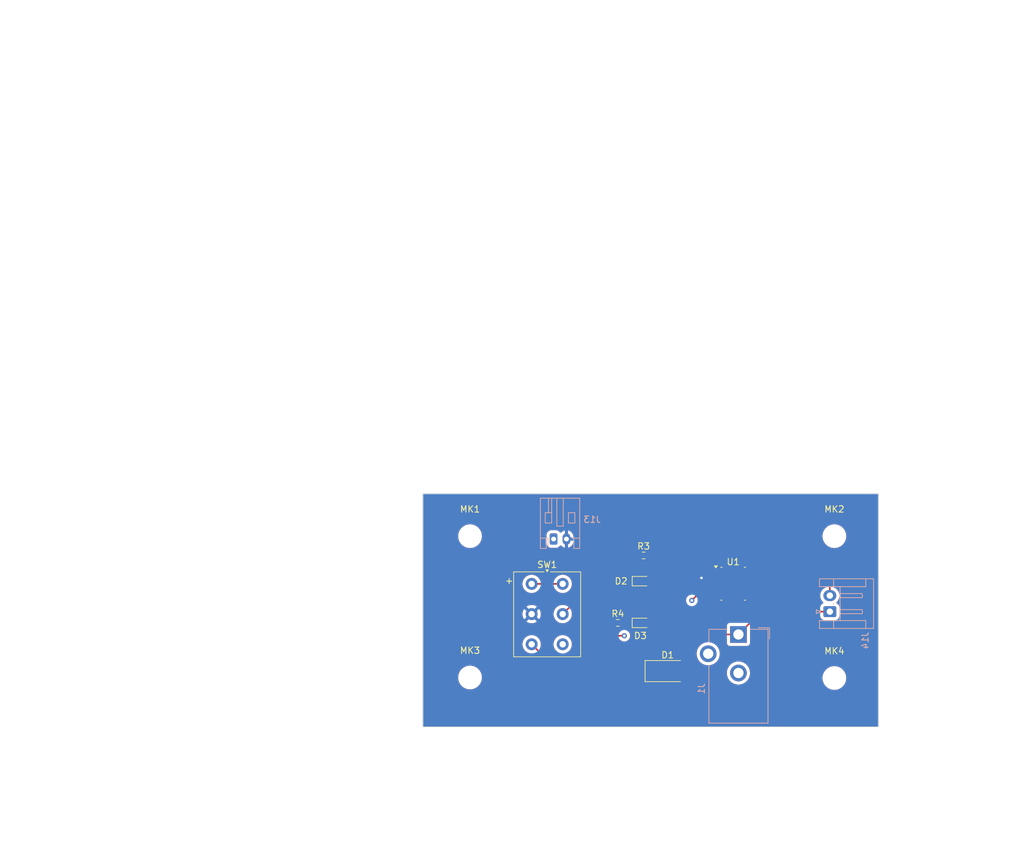
<source format=kicad_pcb>
(kicad_pcb (version 20241229) (generator "pcbnew") (generator_version "9.0")
  (layers (0 "F.Cu" signal) (4 "In1.Cu" signal) (6 "In2.Cu" signal) (2 "B.Cu" signal) (13 "F.Paste" user) (15 "B.Paste" user) (5 "F.SilkS" user "F.Silkscreen") (7 "B.SilkS" user "B.Silkscreen") (1 "F.Mask" user) (3 "B.Mask" user) (25 "Edge.Cuts" user))
  (net 0 "")
  (net 1 "GND")
  (net 2 "Net-(J13-Pin_2)")
  (net 3 "Net-(D2-K)")
  (net 4 "Net-(D2-A)")
  (net 5 "Net-(D3-A)")
  (net 6 "Net-(SW1-A-Pad1)")
  (net 10 "/ChargerVoltage")
  (net 11 "Net-(D3-K)")
  (net 12 "Net-(U1-IN+)")
  (footprint "LED_SMD:LED_0603_1608Metric" (layer "F.Cu") (at 174.2125 117)
    (property "Reference" "D2" (at -3.2125 0 0) (layer "F.SilkS"))
    (property "Value" "LED_GREEN3.2V")
    (fp_line (start -1.485 -0.735) (end -1.485 0.735) (stroke (width 0.12)) (layer "F.SilkS"))
    (fp_line (start -1.485 0.735) (end 0.8 0.735) (stroke (width 0.12)) (layer "F.SilkS"))
    (fp_line (start 0.8 -0.735) (end -1.485 -0.735) (stroke (width 0.12)) (layer "F.SilkS"))
    (pad "1" smd roundrect (at -0.7875 0) (size 0.875 0.95) (layers "F.Cu" "F.Mask" "F.Paste") (net 3 "Net-(D2-K)"))
    (pad "2" smd roundrect (at 0.7875 0) (size 0.875 0.95) (layers "F.Cu" "F.Mask" "F.Paste") (net 4 "Net-(D2-A)"))
  )
  (footprint "LED_SMD:LED_0603_1608Metric" (layer "F.Cu") (at 174.2125 123.5)
    (property "Reference" "D3" (at -0.2125 2 0) (layer "F.SilkS"))
    (property "Value" "LED-RED1.8V")
    (fp_line (start -1.485 -0.735) (end -1.485 0.735) (stroke (width 0.12)) (layer "F.SilkS"))
    (fp_line (start -1.485 0.735) (end 0.8 0.735) (stroke (width 0.12)) (layer "F.SilkS"))
    (fp_line (start 0.8 -0.735) (end -1.485 -0.735) (stroke (width 0.12)) (layer "F.SilkS"))
    (pad "1" smd roundrect (at -0.7875 0) (size 0.875 0.95) (layers "F.Cu" "F.Mask" "F.Paste") (net 11 "Net-(D3-K)"))
    (pad "2" smd roundrect (at 0.7875 0) (size 0.875 0.95) (layers "F.Cu" "F.Mask" "F.Paste") (net 5 "Net-(D3-A)"))
  )
  (footprint "Resistor_SMD:R_0603_1608Metric" (layer "F.Cu") (at 170.5 123.5)
    (property "Reference" "R4" (at 0 -1.43 0) (layer "F.SilkS"))
    (property "Value" "300-500 Ohm")
    (fp_line (start -0.237258 -0.5225) (end 0.237258 -0.5225) (stroke (width 0.12)) (layer "F.SilkS"))
    (fp_line (start -0.237258 0.5225) (end 0.237258 0.5225) (stroke (width 0.12)) (layer "F.SilkS"))
    (pad "1" smd roundrect (at -0.825 0) (size 0.8 0.95) (layers "F.Cu" "F.Mask" "F.Paste") (net 1 "GND"))
    (pad "2" smd roundrect (at 0.825 0) (size 0.8 0.95) (layers "F.Cu" "F.Mask" "F.Paste") (net 11 "Net-(D3-K)"))
  )
  (footprint "MountingHole:MountingHole_3.2mm_M3" (layer "F.Cu") (at 147.5 132)
    (property "Reference" "MK3" (at 0 -4.2 0) (layer "F.SilkS"))
    (property "Value" "Mounting_Hole")
    (pad "" np_thru_hole circle (at 0 0) (size 3.2 3.2) (drill 3.2) (layers "*.Cu" "*.Mask"))
  )
  (footprint "Resistor_SMD:R_0603_1608Metric" (layer "F.Cu") (at 174.5 113)
    (property "Reference" "R3" (at 0 -1.43 0) (layer "F.SilkS"))
    (property "Value" "270-300 Ohm")
    (fp_line (start -0.237258 -0.5225) (end 0.237258 -0.5225) (stroke (width 0.12)) (layer "F.SilkS"))
    (fp_line (start -0.237258 0.5225) (end 0.237258 0.5225) (stroke (width 0.12)) (layer "F.SilkS"))
    (pad "1" smd roundrect (at -0.825 0) (size 0.8 0.95) (layers "F.Cu" "F.Mask" "F.Paste") (net 1 "GND"))
    (pad "2" smd roundrect (at 0.825 0) (size 0.8 0.95) (layers "F.Cu" "F.Mask" "F.Paste") (net 3 "Net-(D2-K)"))
  )
  (footprint "MountingHole:MountingHole_3.2mm_M3" (layer "F.Cu") (at 147.5 110)
    (property "Reference" "MK1" (at 0 -4.2 0) (layer "F.SilkS"))
    (property "Value" "Mounting_Hole")
    (pad "" np_thru_hole circle (at 0 0) (size 3.2 3.2) (drill 3.2) (layers "*.Cu" "*.Mask"))
  )
  (footprint "Package_SO:SOIC-8-1EP_3.9x4.9mm_P1.27mm_EP2.95x4.9mm_Mask2.71x3.4mm" (layer "F.Cu") (at 188.4375 117.405)
    (property "Reference" "U1" (at 0 -3.4 0) (layer "F.SilkS"))
    (property "Value" "UA741CP")
    (fp_line (start -1.710584 -2.56) (end -1.95 -2.56) (stroke (width 0.12)) (layer "F.SilkS"))
    (fp_line (start -1.710584 2.56) (end -1.95 2.56) (stroke (width 0.12)) (layer "F.SilkS"))
    (fp_line (start 1.710584 -2.56) (end 1.95 -2.56) (stroke (width 0.12)) (layer "F.SilkS"))
    (fp_line (start 1.710584 2.56) (end 1.95 2.56) (stroke (width 0.12)) (layer "F.SilkS"))
    (fp_poly (pts (xy -2.7 -2.465) (xy -2.94 -2.795) (xy -2.46 -2.795)) (stroke (width 0.12)) (fill yes) (layer "F.SilkS"))
    (pad "1" smd roundrect (at -2.5625 -1.905) (size 1.775 0.6) (layers "F.Cu" "F.Mask" "F.Paste"))
    (pad "2" smd roundrect (at -2.5625 -0.635) (size 1.775 0.6) (layers "F.Cu" "F.Mask" "F.Paste") (net 2 "Net-(J13-Pin_2)"))
    (pad "3" smd roundrect (at -2.5625 0.635) (size 1.775 0.6) (layers "F.Cu" "F.Mask" "F.Paste") (net 12 "Net-(U1-IN+)"))
    (pad "4" smd roundrect (at -2.5625 1.905) (size 1.775 0.6) (layers "F.Cu" "F.Mask" "F.Paste") (net 1 "GND"))
    (pad "5" smd roundrect (at 2.5625 1.905) (size 1.775 0.6) (layers "F.Cu" "F.Mask" "F.Paste"))
    (pad "6" smd roundrect (at 2.5625 0.635) (size 1.775 0.6) (layers "F.Cu" "F.Mask" "F.Paste") (net 5 "Net-(D3-A)"))
    (pad "7" smd roundrect (at 2.5625 -0.635) (size 1.775 0.6) (layers "F.Cu" "F.Mask" "F.Paste") (net 10 "/ChargerVoltage"))
    (pad "8" smd roundrect (at 2.5625 -1.905) (size 1.775 0.6) (layers "F.Cu" "F.Mask" "F.Paste"))
    (pad "9" smd rect (at 0 0) (size 2.95 4.9) (property pad_prop_heatsink) (layers "F.Cu"))
  )
  (footprint "MountingHole:MountingHole_3.2mm_M3" (layer "F.Cu") (at 204.174 132.08)
    (property "Reference" "MK4" (at 0 -4.2 0) (layer "F.SilkS"))
    (property "Value" "Mounting_Hole")
    (pad "" np_thru_hole circle (at 0 0) (size 3.2 3.2) (drill 3.2) (layers "*.Cu" "*.Mask"))
  )
  (footprint "chop_footprint_library:D_SMA" (layer "F.Cu") (at 178.24 131)
    (property "Reference" "D1" (at 0 -2.5 0) (layer "F.SilkS"))
    (property "Value" "NRVBAF440 0.435V")
    (fp_line (start -3.51 -1.65) (end -3.51 1.65) (stroke (width 0.12)) (layer "F.SilkS"))
    (fp_line (start -3.51 -1.65) (end 2 -1.65) (stroke (width 0.12)) (layer "F.SilkS"))
    (fp_line (start -3.51 1.65) (end 2 1.65) (stroke (width 0.12)) (layer "F.SilkS"))
    (pad "1" smd roundrect (at -2 0) (size 1.3 1.76) (layers "F.Cu" "F.Mask" "F.Paste") (roundrect_rratio 0.1388888889) (net 12 "Net-(U1-IN+)"))
    (pad "2" smd roundrect (at 2.26 0) (size 1.3 1.76) (layers "F.Cu" "F.Mask" "F.Paste") (roundrect_rratio 0.1388888889) (net 10 "/ChargerVoltage"))
  )
  (footprint "MountingHole:MountingHole_3.2mm_M3" (layer "F.Cu") (at 204.174 110)
    (property "Reference" "MK2" (at 0 -4.2 0) (layer "F.SilkS"))
    (property "Value" "Mounting_Hole")
    (pad "" np_thru_hole circle (at 0 0) (size 3.2 3.2) (drill 3.2) (layers "*.Cu" "*.Mask"))
  )
  (footprint "chop_footprint_library:Relay_DPDT_Omron_G6A" (layer "F.Cu") (at 155.69 116.929706)
    (property "Reference" "SW1" (at 3.81 -2.5 0) (layer "F.SilkS"))
    (property "Value" "SW_Slide_DPDT")
    (fp_line (start -1.4 -1.37) (end -1.4 11.85) (stroke (width 0.12)) (layer "F.SilkS"))
    (fp_line (start -1.4 11.85) (end 9.02 11.85) (stroke (width 0.12)) (layer "F.SilkS"))
    (fp_line (start 3.302 -1.37) (end -1.4 -1.37) (stroke (width 0.12)) (layer "F.SilkS"))
    (fp_line (start 9.02 -1.37) (end 4.318 -1.37) (stroke (width 0.12)) (layer "F.SilkS"))
    (fp_line (start 9.02 11.85) (end 9.02 -1.37) (stroke (width 0.12)) (layer "F.SilkS"))
    (fp_poly (pts (xy 3.81 -1.37) (xy 3.61 -1.709411) (xy 4.01 -1.709411) (xy 3.81 -1.37)) (stroke (width 0.12)) (fill yes) (layer "F.SilkS"))
    (fp_text user "+" (at -2.1 0 0) (layer "F.SilkS"))
    (pad "1" thru_hole circle (at 1.395 0.5) (size 1.85 1.85) (drill 1) (layers "*.Cu" "*.Mask") (net 6 "Net-(SW1-A-Pad1)"))
    (pad "2" thru_hole circle (at 1.395 5.2) (size 1.85 1.85) (drill 1) (layers "*.Cu" "*.Mask") (net 2 "Net-(J13-Pin_2)"))
    (pad "3" thru_hole circle (at 1.395 9.9) (size 1.85 1.85) (drill 1) (layers "*.Cu" "*.Mask") (net 12 "Net-(U1-IN+)"))
    (pad "4" thru_hole circle (at 6.225 9.9) (size 1.85 1.85) (drill 1) (layers "*.Cu" "*.Mask") (net 1 "GND"))
    (pad "5" thru_hole circle (at 6.225 5.2) (size 1.85 1.85) (drill 1) (layers "*.Cu" "*.Mask") (net 4 "Net-(D2-A)"))
    (pad "6" thru_hole circle (at 6.225 0.5) (size 1.85 1.85) (drill 1) (layers "*.Cu" "*.Mask") (net 6 "Net-(SW1-A-Pad1)"))
  )
  (footprint "Connector_BarrelJack:BarrelJack_CUI_PJ-102AH_Horizontal" (layer "B.Cu") (at 189.25 125.3 180)
    (property "Reference" "J1" (at 5.75 -8.45 90) (layer "B.SilkS") (effects (justify mirror)))
    (property "Value" "Barrel_Jack")
    (fp_line (start 4.6 0.8) (end 4.6 -1.2) (stroke (width 0.12)) (layer "B.SilkS"))
    (fp_line (start 4.6 -4.8) (end 4.6 -13.8) (stroke (width 0.12)) (layer "B.SilkS"))
    (fp_line (start 4.6 -13.8) (end -4.6 -13.8) (stroke (width 0.12)) (layer "B.SilkS"))
    (fp_line (start 1.8 0.8) (end 4.6 0.8) (stroke (width 0.12)) (layer "B.SilkS"))
    (fp_line (start -4.6 0.8) (end -1.8 0.8) (stroke (width 0.12)) (layer "B.SilkS"))
    (fp_line (start -4.6 -13.8) (end -4.6 0.8) (stroke (width 0.12)) (layer "B.SilkS"))
    (fp_line (start -4.84 1.04) (end -3.1 1.04) (stroke (width 0.12)) (layer "B.SilkS"))
    (fp_line (start -4.84 -0.7) (end -4.84 1.04) (stroke (width 0.12)) (layer "B.SilkS"))
    (pad "1" thru_hole rect (at 0 0 180) (size 2.6 2.6) (drill 1.6) (layers "*.Cu" "*.Mask") (net 10 "/ChargerVoltage"))
    (pad "2" thru_hole circle (at 0 -6 180) (size 2.6 2.6) (drill 1.6) (layers "*.Cu" "*.Mask") (net 1 "GND"))
    (pad "3" thru_hole circle (at 4.7 -3 180) (size 2.6 2.6) (drill 1.6) (layers "*.Cu" "*.Mask"))
  )
  (footprint "Connector_JST:JST_EH_S2B-EH_1x02_P2.50mm_Horizontal" (layer "B.Cu") (at 203.4675 121.75 90)
    (property "Reference" "J14" (at -4.5 5.5 90) (layer "B.SilkS") (effects (justify mirror)))
    (property "Value" "BatteryToMainBoard")
    (fp_line (start 0.3 -2.1) (end 0 -1.5) (stroke (width 0.12)) (layer "B.SilkS"))
    (fp_line (start -0.3 -2.1) (end 0.3 -2.1) (stroke (width 0.12)) (layer "B.SilkS"))
    (fp_line (start 5.11 -1.61) (end 3.89 -1.61) (stroke (width 0.12)) (layer "B.SilkS"))
    (fp_line (start 3.89 -1.61) (end 3.89 0.59) (stroke (width 0.12)) (layer "B.SilkS"))
    (fp_line (start -1.39 -1.61) (end -2.61 -1.61) (stroke (width 0.12)) (layer "B.SilkS"))
    (fp_line (start -2.61 -1.61) (end -2.61 6.81) (stroke (width 0.12)) (layer "B.SilkS"))
    (fp_line (start 0 -1.5) (end -0.3 -2.1) (stroke (width 0.12)) (layer "B.SilkS"))
    (fp_line (start 3.89 0.59) (end 5.11 0.59) (stroke (width 0.12)) (layer "B.SilkS"))
    (fp_line (start 1.17 0.59) (end 1.33 0.59) (stroke (width 0.12)) (layer "B.SilkS"))
    (fp_line (start -1.39 0.59) (end -1.39 -1.61) (stroke (width 0.12)) (layer "B.SilkS"))
    (fp_line (start -1.39 0.59) (end -2.61 0.59) (stroke (width 0.12)) (layer "B.SilkS"))
    (fp_line (start 2.82 1.59) (end 2.5 1.59) (stroke (width 0.12)) (layer "B.SilkS"))
    (fp_line (start 2.5 1.59) (end 2.18 1.59) (stroke (width 0.12)) (layer "B.SilkS"))
    (fp_line (start 2.18 1.59) (end 2.18 5.01) (stroke (width 0.12)) (layer "B.SilkS"))
    (fp_line (start 0.32 1.59) (end 0 1.59) (stroke (width 0.12)) (layer "B.SilkS"))
    (fp_line (start 0 1.59) (end -0.32 1.59) (stroke (width 0.12)) (layer "B.SilkS"))
    (fp_line (start -0.32 1.59) (end -0.32 5.01) (stroke (width 0.12)) (layer "B.SilkS"))
    (fp_line (start -1.39 1.59) (end 3.89 1.59) (stroke (width 0.12)) (layer "B.SilkS"))
    (fp_line (start 2.82 5.01) (end 2.82 1.59) (stroke (width 0.12)) (layer "B.SilkS"))
    (fp_line (start 2.18 5.01) (end 2.5 5.09) (stroke (width 0.12)) (layer "B.SilkS"))
    (fp_line (start 0.32 5.01) (end 0.32 1.59) (stroke (width 0.12)) (layer "B.SilkS"))
    (fp_line (start -0.32 5.01) (end 0 5.09) (stroke (width 0.12)) (layer "B.SilkS"))
    (fp_line (start 2.5 5.09) (end 2.82 5.01) (stroke (width 0.12)) (layer "B.SilkS"))
    (fp_line (start 0 5.09) (end 0.32 5.01) (stroke (width 0.12)) (layer "B.SilkS"))
    (fp_line (start 5.11 5.59) (end 3.89 5.59) (stroke (width 0.12)) (layer "B.SilkS"))
    (fp_line (start 3.89 5.59) (end 3.89 0.59) (stroke (width 0.12)) (layer "B.SilkS"))
    (fp_line (start -1.39 5.59) (end -1.39 0.59) (stroke (width 0.12)) (layer "B.SilkS"))
    (fp_line (start -2.61 5.59) (end -1.39 5.59) (stroke (width 0.12)) (layer "B.SilkS"))
    (fp_line (start 5.11 6.81) (end 5.11 -1.61) (stroke (width 0.12)) (layer "B.SilkS"))
    (fp_line (start -2.61 6.81) (end 5.11 6.81) (stroke (width 0.12)) (layer "B.SilkS"))
    (pad "1" thru_hole roundrect (at 0 0 90) (size 1.7 2) (drill 1) (layers "*.Cu" "*.Mask") (roundrect_rratio 0.147059) (net 4 "Net-(D2-A)"))
    (pad "2" thru_hole oval (at 2.5 0 90) (size 1.7 2) (drill 1) (layers "*.Cu" "*.Mask") (net 1 "GND"))
  )
  (footprint "Connector_JST:JST_PH_S2B-PH-K_1x02_P2.00mm_Horizontal" (layer "B.Cu") (at 160.5 110.45)
    (property "Reference" "J13" (at 6 -3.04 0) (layer "B.SilkS") (effects (justify mirror)))
    (property "Value" "Li18650")
    (fp_line (start -2.06 -6.36) (end 4.06 -6.36) (stroke (width 0.12)) (layer "B.SilkS"))
    (fp_line (start -2.06 -0.14) (end -1.14 -0.14) (stroke (width 0.12)) (layer "B.SilkS"))
    (fp_line (start -2.06 1.46) (end -2.06 -6.36) (stroke (width 0.12)) (layer "B.SilkS"))
    (fp_line (start -1.3 -4.1) (end -0.3 -4.1) (stroke (width 0.12)) (layer "B.SilkS"))
    (fp_line (start -1.3 -2.5) (end -1.3 -4.1) (stroke (width 0.12)) (layer "B.SilkS"))
    (fp_line (start -1.14 -0.14) (end -1.14 1.46) (stroke (width 0.12)) (layer "B.SilkS"))
    (fp_line (start -1.14 1.46) (end -2.06 1.46) (stroke (width 0.12)) (layer "B.SilkS"))
    (fp_line (start -0.86 -0.14) (end -1.14 -0.14) (stroke (width 0.12)) (layer "B.SilkS"))
    (fp_line (start -0.86 -0.14) (end -0.86 1.075) (stroke (width 0.12)) (layer "B.SilkS"))
    (fp_line (start -0.8 -4.1) (end -0.8 -6.36) (stroke (width 0.12)) (layer "B.SilkS"))
    (fp_line (start -0.3 -4.1) (end -0.3 -6.36) (stroke (width 0.12)) (layer "B.SilkS"))
    (fp_line (start -0.3 -4.1) (end -0.3 -2.5) (stroke (width 0.12)) (layer "B.SilkS"))
    (fp_line (start -0.3 -2.5) (end -1.3 -2.5) (stroke (width 0.12)) (layer "B.SilkS"))
    (fp_line (start 0.5 -6.36) (end 0.5 -2) (stroke (width 0.12)) (layer "B.SilkS"))
    (fp_line (start 0.5 -2) (end 1.5 -2) (stroke (width 0.12)) (layer "B.SilkS"))
    (fp_line (start 1.5 -2) (end 1.5 -6.36) (stroke (width 0.12)) (layer "B.SilkS"))
    (fp_line (start 2.3 -4.1) (end 2.3 -2.5) (stroke (width 0.12)) (layer "B.SilkS"))
    (fp_line (start 2.3 -2.5) (end 3.3 -2.5) (stroke (width 0.12)) (layer "B.SilkS"))
    (fp_line (start 3.14 -0.14) (end 2.86 -0.14) (stroke (width 0.12)) (layer "B.SilkS"))
    (fp_line (start 3.14 1.46) (end 3.14 -0.14) (stroke (width 0.12)) (layer "B.SilkS"))
    (fp_line (start 3.3 -4.1) (end 2.3 -4.1) (stroke (width 0.12)) (layer "B.SilkS"))
    (fp_line (start 3.3 -2.5) (end 3.3 -4.1) (stroke (width 0.12)) (layer "B.SilkS"))
    (fp_line (start 4.06 -6.36) (end 4.06 1.46) (stroke (width 0.12)) (layer "B.SilkS"))
    (fp_line (start 4.06 -0.14) (end 3.14 -0.14) (stroke (width 0.12)) (layer "B.SilkS"))
    (fp_line (start 4.06 1.46) (end 3.14 1.46) (stroke (width 0.12)) (layer "B.SilkS"))
    (pad "1" thru_hole roundrect (at 0 0) (size 1.2 1.75) (drill 0.75) (layers "*.Cu" "*.Mask") (roundrect_rratio 0.208333) (net 1 "GND"))
    (pad "2" thru_hole oval (at 2 0) (size 1.2 1.75) (drill 0.75) (layers "*.Cu" "*.Mask") (net 2 "Net-(J13-Pin_2)"))
  )
  (gr_rect (start 140.167408 103.399771) (end 211.023408 139.679771) (stroke (width 0.1)) (fill no) (layer "Edge.Cuts"))
  (segment (start 203.4675 115.4675) (end 203.4675 119.25) (width 0.25) (layer "F.Cu") (net 1))
  (segment (start 181.5 112) (end 183.826 109.674) (width 0.25) (layer "F.Cu") (net 1))
  (segment (start 173.675 113) (end 174.675 112) (width 0.25) (layer "F.Cu") (net 1))
  (segment (start 174.675 112) (end 181.5 112) (width 0.25) (layer "F.Cu") (net 1))
  (segment (start 197.674 109.674) (end 203.4675 115.4675) (width 0.25) (layer "F.Cu") (net 1))
  (segment (start 169.675 125.175) (end 169.675 123.5) (width 0.25) (layer "F.Cu") (net 1))
  (segment (start 183.826 109.674) (end 197.674 109.674) (width 0.25) (layer "F.Cu") (net 1))
  (segment (start 182.69 119.31) (end 185.875 119.31) (width 0.25) (layer "F.Cu") (net 1))
  (segment (start 171.5 125.5) (end 170 125.5) (width 0.25) (layer "F.Cu") (net 1))
  (segment (start 170 125.5) (end 169.675 125.175) (width 0.25) (layer "F.Cu") (net 1))
  (segment (start 182 120) (end 182.69 119.31) (width 0.25) (layer "F.Cu") (net 1))
  (via (at 182 120) (size 0.8) (drill 0.4) (layers "F.Cu" "B.Cu") (net 1))
  (via (at 171.5 125.5) (size 0.8) (drill 0.4) (layers "F.Cu" "B.Cu") (net 1))
  (segment (start 183.77 116.77) (end 183.5 116.5) (width 0.5) (layer "F.Cu") (net 2))
  (segment (start 185.875 116.77) (end 183.77 116.77) (width 0.5) (layer "F.Cu") (net 2))
  (via (at 183.5 116.5) (size 0.8) (drill 0.4) (layers "F.Cu" "B.Cu") (net 2))
  (segment (start 175.325 114.175) (end 175.325 113) (width 0.25) (layer "F.Cu") (net 3))
  (segment (start 173.425 117) (end 173.425 116.075) (width 0.25) (layer "F.Cu") (net 3))
  (segment (start 173.425 116.075) (end 175.325 114.175) (width 0.25) (layer "F.Cu") (net 3))
  (segment (start 190.5 111) (end 201.25 121.75) (width 0.25) (layer "F.Cu") (net 4))
  (segment (start 175 117) (end 177.5 117) (width 0.25) (layer "F.Cu") (net 4))
  (segment (start 172 120) (end 164.044706 120) (width 0.25) (layer "F.Cu") (net 4))
  (segment (start 177.5 117) (end 183.5 111) (width 0.25) (layer "F.Cu") (net 4))
  (segment (start 201.25 121.75) (end 203.0165 121.75) (width 0.25) (layer "F.Cu") (net 4))
  (segment (start 164.044706 120) (end 161.915 122.129706) (width 0.25) (layer "F.Cu") (net 4))
  (segment (start 175 117) (end 172 120) (width 0.25) (layer "F.Cu") (net 4))
  (segment (start 183.5 111) (end 190.5 111) (width 0.25) (layer "F.Cu") (net 4))
  (segment (start 190 123) (end 176 123) (width 0.25) (layer "F.Cu") (net 5))
  (segment (start 192.5 120.5) (end 190 123) (width 0.25) (layer "F.Cu") (net 5))
  (segment (start 175.5 123.5) (end 175 123.5) (width 0.25) (layer "F.Cu") (net 5))
  (segment (start 191 118.04) (end 191.887499 118.04) (width 0.25) (layer "F.Cu") (net 5))
  (segment (start 176 123) (end 175.5 123.5) (width 0.25) (layer "F.Cu") (net 5))
  (segment (start 192.5 118.652501) (end 192.5 120.5) (width 0.25) (layer "F.Cu") (net 5))
  (segment (start 191.887499 118.04) (end 192.5 118.652501) (width 0.25) (layer "F.Cu") (net 5))
  (segment (start 157.085 117.429706) (end 161.915 117.429706) (width 0.25) (layer "F.Cu") (net 6))
  (segment (start 193.5 118.382501) (end 191.887499 116.77) (width 0.25) (layer "F.Cu") (net 10))
  (segment (start 189.25 125.3) (end 193.5 121.05) (width 0.25) (layer "F.Cu") (net 10))
  (segment (start 193.5 121.05) (end 193.5 118.382501) (width 0.25) (layer "F.Cu") (net 10))
  (segment (start 191.887499 116.77) (end 191 116.77) (width 0.25) (layer "F.Cu") (net 10))
  (segment (start 181.5 126.5) (end 182.7 125.3) (width 0.25) (layer "F.Cu") (net 10))
  (segment (start 180.5 131) (end 181.5 130) (width 0.25) (layer "F.Cu") (net 10))
  (segment (start 181.5 130) (end 181.5 126.5) (width 0.25) (layer "F.Cu") (net 10))
  (segment (start 182.7 125.3) (end 189.25 125.3) (width 0.25) (layer "F.Cu") (net 10))
  (segment (start 173.425 123.5) (end 171.325 123.5) (width 0.25) (layer "F.Cu") (net 11))
  (segment (start 167 123) (end 167 126) (width 0.25) (layer "F.Cu") (net 12))
  (segment (start 167 126) (end 164 129) (width 0.25) (layer "F.Cu") (net 12))
  (segment (start 171 133) (end 169.85 131.85) (width 0.25) (layer "F.Cu") (net 12))
  (segment (start 174.5 121.5) (end 168.5 121.5) (width 0.25) (layer "F.Cu") (net 12))
  (segment (start 185.875 118.04) (end 177.96 118.04) (width 0.25) (layer "F.Cu") (net 12))
  (segment (start 168.5 121.5) (end 167 123) (width 0.25) (layer "F.Cu") (net 12))
  (segment (start 169.85 130.85) (end 169.85 131.85) (width 0.25) (layer "F.Cu") (net 12))
  (segment (start 159.255294 129) (end 164 129) (width 0.25) (layer "F.Cu") (net 12))
  (segment (start 164 129) (end 168 129) (width 0.25) (layer "F.Cu") (net 12))
  (segment (start 157.085 126.829706) (end 159.255294 129) (width 0.25) (layer "F.Cu") (net 12))
  (segment (start 174.24 133) (end 171 133) (width 0.25) (layer "F.Cu") (net 12))
  (segment (start 168 129) (end 169.85 130.85) (width 0.25) (layer "F.Cu") (net 12))
  (segment (start 177.96 118.04) (end 174.5 121.5) (width 0.25) (layer "F.Cu") (net 12))
  (segment (start 176.24 131) (end 174.24 133) (width 0.25) (layer "F.Cu") (net 12))
  (zone (net 0) (net_name "") (layer "F.Cu") (priority 1) (connect_pads thru_hole_only (clearance 0.5)) (min_thickness 0.3) (fill yes (thermal_gap 0.5) (thermal_bridge_width 0.5))
    (polygon (pts (xy 85.762008 42.075771) (xy 85.762008 147.625771) (xy 219.787008 147.825771) (xy 219.787008 39.950771)))
  )
  (zone (net 2) (net_name "Net-(J13-Pin_2)") (layer "B.Cu") (connect_pads thru_hole_only (clearance 0.5)) (min_thickness 0.3) (fill yes (thermal_gap 0.5) (thermal_bridge_width 0.5))
    (polygon (pts (xy 89.912008 45.425771) (xy 89.712008 143.675771) (xy 215.437008 143.400771) (xy 215.712008 44.400771)))
  )
)
</source>
